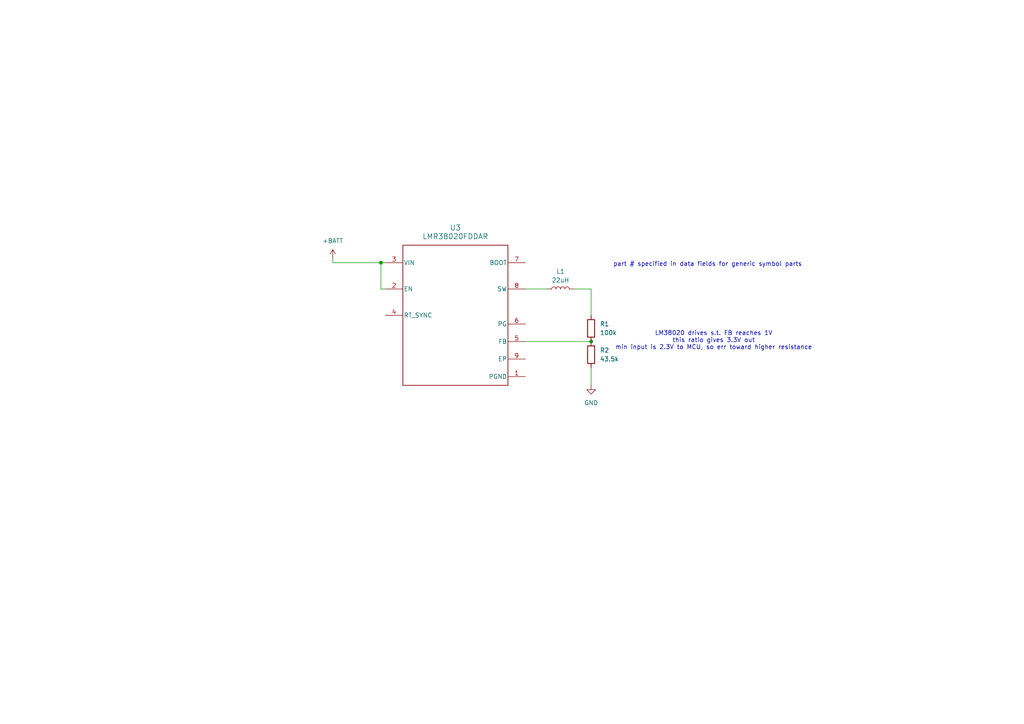
<source format=kicad_sch>
(kicad_sch (version 20231120) (generator "eeschema") (generator_version "8.0")
  (paper "A4")
  (lib_symbols
    (symbol "0_PMIC:LMR38020FDDAR" (pin_names (offset 0.254))
      (property "Reference" "U" (at 0 2.54 0))
      (property "Value" "LMR38020FDDAR" (at 0 0 0))
      (symbol "LMR38020FDDAR_0_1"
        (polyline (pts (xy 5.08 -35.56) (xy 35.56 -35.56)) (stroke (width 0.2032)))
        (polyline (pts (xy 5.08 5.08) (xy 5.08 -35.56)) (stroke (width 0.2032)))
        (polyline (pts (xy 35.56 -35.56) (xy 35.56 5.08)) (stroke (width 0.2032)))
        (polyline (pts (xy 35.56 5.08) (xy 5.08 5.08)) (stroke (width 0.2032)))
        (pin power_in line (at 40.64 -33.02 180) (length 5.08) (name "PGND") (number "1"))
        (pin input line (at 0 -7.62 0) (length 5.08) (name "EN") (number "2"))
        (pin power_in line (at 0 0 0) (length 5.08) (name "VIN") (number "3"))
        (pin unspecified line (at 0 -15.24 0) (length 5.08) (name "RT_SYNC") (number "4"))
        (pin unspecified line (at 40.64 -22.86 180) (length 5.08) (name "FB") (number "5"))
        (pin open_collector line (at 40.64 -17.78 180) (length 5.08) (name "PG") (number "6"))
        (pin unspecified line (at 40.64 0 180) (length 5.08) (name "BOOT") (number "7"))
        (pin unspecified line (at 40.64 -7.62 180) (length 5.08) (name "SW") (number "8"))
        (pin unspecified line (at 40.64 -27.94 180) (length 5.08) (name "EP") (number "9"))
      )
    )
    (symbol "Device:L" (pin_numbers hide) (pin_names (offset 1.016) hide)
      (property "Reference" "L" (at -1.27 0 90))
      (property "Value" "L" (at 1.905 0 90))
      (symbol "L_0_1"
        (arc (start 0 -2.54) (mid 0.6323 -1.905) (end 0 -1.27))
        (arc (start 0 -1.27) (mid 0.6323 -0.635) (end 0 0))
        (arc (start 0 0) (mid 0.6323 0.635) (end 0 1.27))
        (arc (start 0 1.27) (mid 0.6323 1.905) (end 0 2.54))
      )
      (symbol "L_1_1"
        (pin passive line (at 0 3.81 270) (length 1.27) (name "1") (number "1"))
        (pin passive line (at 0 -3.81 90) (length 1.27) (name "2") (number "2"))
      )
    )
    (symbol "Device:R" (pin_numbers hide) (pin_names (offset 0))
      (property "Reference" "R" (at 2.032 0 90))
      (property "Value" "R" (at 0 0 90))
      (symbol "R_0_1"
        (rectangle (start -1.016 -2.54) (end 1.016 2.54) (stroke (width 0.254)))
      )
      (symbol "R_1_1"
        (pin passive line (at 0 3.81 270) (length 1.27) (name "~") (number "1"))
        (pin passive line (at 0 -3.81 90) (length 1.27) (name "~") (number "2"))
      )
    )
    (symbol "power:+BATT" (power) (pin_numbers hide) (pin_names (offset 0) hide)
      (property "Value" "+BATT" (at 0 3.556 0))
      (symbol "+BATT_0_1"
        (polyline (pts (xy -0.762 1.27) (xy 0 2.54)))
        (polyline (pts (xy 0 0) (xy 0 2.54)))
        (polyline (pts (xy 0 2.54) (xy 0.762 1.27)))
      )
      (symbol "+BATT_1_1"
        (pin power_in line (at 0 0 90) (length 0) (name "~") (number "1"))
      )
    )
    (symbol "power:GND" (power) (pin_numbers hide) (pin_names (offset 0) hide)
      (property "Value" "GND" (at 0 -3.81 0))
      (symbol "GND_0_1"
        (polyline (pts (xy 0 0) (xy 0 -1.27) (xy 1.27 -1.27) (xy 0 -2.54) (xy -1.27 -1.27) (xy 0 -1.27)))
      )
      (symbol "GND_1_1"
        (pin power_in line (at 0 0 270) (length 0) (name "~") (number "1"))
      )
    )
  )
  (junction (at 110.49 76.2))
  (junction (at 171.45 99.06))
  (wire (pts (xy 166.37 83.82) (xy 171.45 83.82)))
  (wire (pts (xy 171.45 83.82) (xy 171.45 91.44)))
  (wire (pts (xy 152.4 83.82) (xy 158.75 83.82)))
  (wire (pts (xy 171.45 106.68) (xy 171.45 111.76)))
  (wire (pts (xy 110.49 76.2) (xy 110.49 83.82)))
  (wire (pts (xy 152.4 99.06) (xy 171.45 99.06)))
  (wire (pts (xy 110.49 83.82) (xy 111.76 83.82)))
  (wire (pts (xy 96.52 76.2) (xy 110.49 76.2)))
  (wire (pts (xy 110.49 76.2) (xy 111.76 76.2)))
  (wire (pts (xy 96.52 74.93) (xy 96.52 76.2)))
  (text "LM38020 drives s.t. FB reaches 1V\nthis ratio gives 3.3V out\nmin input is 2.3V to MCU, so err toward higher resistance\n" (at 207.01 98.806 0) (effects (font (size 1.27 1.27))))
  (text "part # specified in data fields for generic symbol parts" (at 205.232 76.708 0) (effects (font (size 1.27 1.27))))
  (symbol (lib_id "Device:R") (at 171.45 95.25 0) (unit 1)
    (property "Reference" "R1" (at 173.99 93.9799 0) (effects (justify left)))
    (property "Value" "100k" (at 173.99 96.5199 0) (effects (justify left)))
    (property "Footprint" "Resistor_SMD:R_0603_1608Metric" (effects (hide yes)))
    (property "Description" "Resistor" (effects (hide yes)))
    (property "Part" "0603WAF1003T5E" (effects (hide yes)))
  )
  (symbol (lib_id "0_PMIC:LMR38020FDDAR") (at 111.76 76.2 0) (unit 1)
    (property "Reference" "U3" (at 132.08 66.04 0) (effects (font (size 1.524 1.524))))
    (property "Value" "LMR38020FDDAR" (at 132.08 68.58 0) (effects (font (size 1.524 1.524))))
    (property "Footprint" "0_PMIC:DDA0008E-IPC_A" (effects (hide yes)))
    (property "Datasheet" "LMR38020FDDAR" (effects (hide yes)))
  )
  (symbol (lib_id "power:+BATT") (at 96.52 74.93 0) (unit 1)
    (property "Reference" "#PWR02" (effects (hide yes)))
    (property "Value" "+BATT" (at 96.52 69.85 0))
    (property "Description" "Power symbol creates a global label with name \"+BATT\"" (effects (hide yes)))
  )
  (symbol (lib_id "Device:R") (at 171.45 102.87 0) (unit 1)
    (property "Reference" "R2" (at 173.99 101.5999 0) (effects (justify left)))
    (property "Value" "43.5k" (at 173.99 104.1399 0) (effects (justify left)))
    (property "Footprint" "Resistor_SMD:R_0603_1608Metric" (effects (hide yes)))
    (property "Description" "Resistor" (effects (hide yes)))
    (property "Part" "0603WAF1003T5E" (effects (hide yes)))
  )
  (symbol (lib_id "power:GND") (at 171.45 111.76 0) (unit 1)
    (property "Reference" "#PWR01" (effects (hide yes)))
    (property "Value" "GND" (at 171.45 116.84 0))
    (property "Description" "Power symbol creates a global label with name \"GND\" , ground" (effects (hide yes)))
  )
  (symbol (lib_id "Device:L") (at 162.56 83.82 90) (unit 1)
    (property "Reference" "L1" (at 162.56 78.74 90))
    (property "Value" "22uH" (at 162.56 81.28 90))
    (property "Footprint" "0_inductors:NRS6045T220MMGK" (effects (hide yes)))
    (property "Description" "Inductor" (effects (hide yes)))
    (property "Part" "NRS6045T220MMGK" (effects (hide yes)))
  )
)
</source>
